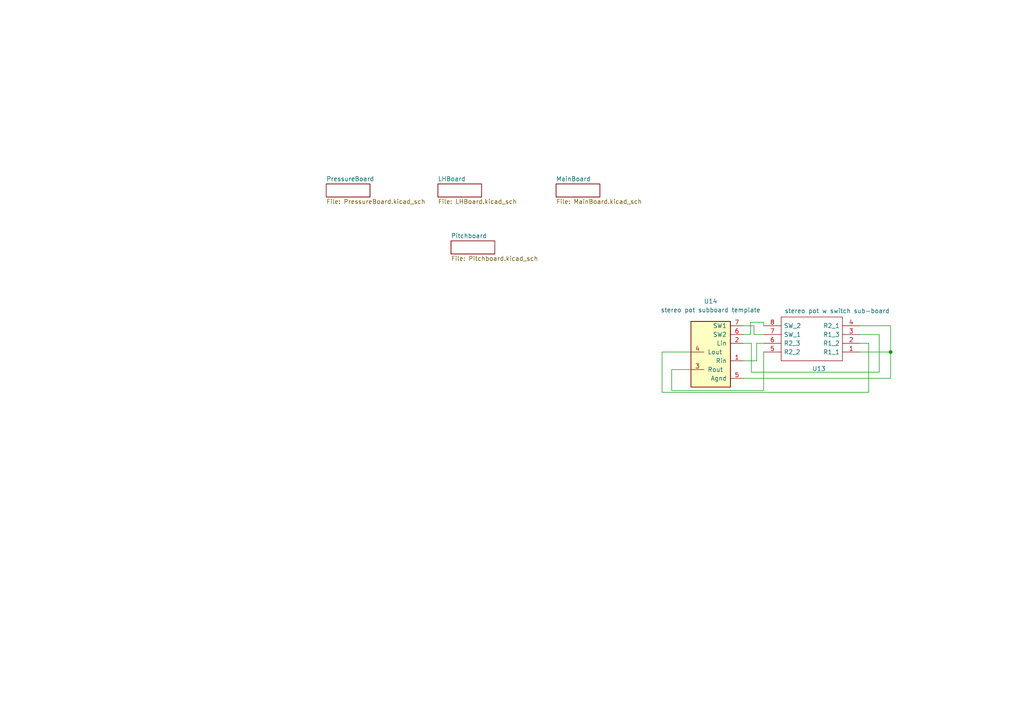
<source format=kicad_sch>
(kicad_sch (version 20211123) (generator eeschema)
  (paper "A4")
  (lib_symbols
    (symbol "SamacSys_Parts:PTR902-2020K-A103" (pin_names (offset 0.762))
      (property "Reference" "R" (at 24.13 7.62 0))
      (property "Value" "PTR902-2020K-A103" (at 24.13 5.08 0))
      (symbol "PTR902-2020K-A103_0_0"
        (pin passive line (at 0 0 0) (length 5.08) (name "R1_1") (number "1"))
        (pin passive line (at 0 -2.54 0) (length 5.08) (name "R1_2") (number "2"))
        (pin passive line (at 0 -5.08 0) (length 5.08) (name "R1_3") (number "3"))
        (pin passive line (at 0 -7.62 0) (length 5.08) (name "R2_1") (number "4"))
        (pin passive line (at 27.94 0 180) (length 5.08) (name "R2_2") (number "5"))
        (pin passive line (at 27.94 -2.54 180) (length 5.08) (name "R2_3") (number "6"))
        (pin passive line (at 27.94 -5.08 180) (length 5.08) (name "SW_1") (number "7"))
        (pin passive line (at 27.94 -7.62 180) (length 5.08) (name "SW_2") (number "8"))
      )
      (symbol "PTR902-2020K-A103_0_1"
        (polyline (pts (xy 5.08 2.54) (xy 22.86 2.54) (xy 22.86 -10.16) (xy 5.08 -10.16) (xy 5.08 2.54)) (stroke (width 0.1524)))
      )
    )
    (symbol "clarinoid2:StereoPot_SW_CommonAudioGND" (pin_names (offset 1.016))
      (property "Reference" "J" (at 0 10.16 0))
      (property "Value" "StereoPot_SW_CommonAudioGND" (at 2.54 -11.43 0))
      (symbol "StereoPot_SW_CommonAudioGND_1_1"
        (rectangle (start -1.27 8.89) (end 10.16 -10.16) (stroke (width 0.254)) (fill (type background)))
        (pin passive line (at -5.08 -2.54 0) (length 3.81) (name "Rin") (number "1"))
        (pin input line (at -5.08 2.54 0) (length 3.81) (name "Lin") (number "2"))
        (pin input line (at 10.16 -5.08 180) (length 3.81) (name "Rout") (number "3"))
        (pin output line (at 10.16 0 180) (length 3.81) (name "Lout") (number "4"))
        (pin output line (at -5.08 -7.62 0) (length 3.81) (name "Agnd") (number "5"))
        (pin passive line (at -5.08 5.08 0) (length 3.81) (name "SW2") (number "6"))
        (pin passive line (at -5.08 7.62 0) (length 3.81) (name "SW1") (number "7"))
      )
    )
  )
  (junction (at 258.318 102.108))
  (wire (pts (xy 221.488 113.284) (xy 194.818 113.284)))
  (wire (pts (xy 258.318 109.728) (xy 215.646 109.728)))
  (wire (pts (xy 192.024 113.792) (xy 192.024 102.108)))
  (wire (pts (xy 258.318 94.488) (xy 249.428 94.488)))
  (wire (pts (xy 215.646 104.648) (xy 219.456 104.648)))
  (wire (pts (xy 255.016 97.028) (xy 249.428 97.028)))
  (wire (pts (xy 221.488 93.472) (xy 221.488 94.488)))
  (wire (pts (xy 255.016 107.95) (xy 255.016 97.028)))
  (wire (pts (xy 249.428 99.568) (xy 251.968 99.568)))
  (wire (pts (xy 258.318 102.108) (xy 258.318 109.728)))
  (wire (pts (xy 194.818 113.284) (xy 194.818 107.188)))
  (wire (pts (xy 215.646 99.568) (xy 217.932 99.568)))
  (wire (pts (xy 192.024 102.108) (xy 200.406 102.108)))
  (wire (pts (xy 217.678 97.028) (xy 217.678 93.472)))
  (wire (pts (xy 218.694 94.488) (xy 218.694 97.028)))
  (wire (pts (xy 258.318 102.108) (xy 258.318 94.488)))
  (wire (pts (xy 219.456 99.568) (xy 221.488 99.568)))
  (wire (pts (xy 217.932 99.568) (xy 217.932 107.95)))
  (wire (pts (xy 217.932 107.95) (xy 255.016 107.95)))
  (wire (pts (xy 249.428 102.108) (xy 258.318 102.108)))
  (wire (pts (xy 215.646 94.488) (xy 218.694 94.488)))
  (wire (pts (xy 251.968 99.568) (xy 251.968 113.792)))
  (wire (pts (xy 219.456 104.648) (xy 219.456 99.568)))
  (wire (pts (xy 215.646 97.028) (xy 217.678 97.028)))
  (wire (pts (xy 194.818 107.188) (xy 200.406 107.188)))
  (wire (pts (xy 251.968 113.792) (xy 192.024 113.792)))
  (wire (pts (xy 221.488 102.108) (xy 221.488 113.284)))
  (wire (pts (xy 217.678 93.472) (xy 221.488 93.472)))
  (wire (pts (xy 218.694 97.028) (xy 221.488 97.028)))
  (symbol (lib_id "SamacSys_Parts:PTR902-2020K-A103") (at 249.428 102.108 180) (unit 1)
    (property "Reference" "U13" (at 239.522 106.934 0) (effects (justify left)))
    (property "Value" "stereo pot w switch sub-board" (at 258.064 90.17 0) (effects (justify left)))
    (property "Footprint" "SamacSys_Parts:PTR902-2020K-A103" (effects hide))
    (property "Datasheet" "http://www.bourns.com/docs/Product-Datasheets/PTR90.pdf" (effects hide))
    (property "Description" "Potentiometers 10K AUDIO" (effects hide))
    (property "Mouser Part Number" "652-PTR902-2020KA103" (effects hide))
    (property "Mouser Price/Stock" "https://www.mouser.co.uk/ProductDetail/Bourns/PTR902-2020K-A103?qs=Qzws7J6gxqzqq9dgeyqnag%3D%3D" (effects hide))
    (property "Manufacturer_Name" "Bourns" (effects hide))
    (property "Manufacturer_Part_Number" "PTR902-2020K-A103" (effects hide))
  )
  (symbol (lib_id "clarinoid2:StereoPot_SW_CommonAudioGND") (at 210.566 102.108 0) (mirror y) (unit 1)
    (property "Reference" "U14" (at 206.121 87.376 0))
    (property "Value" "stereo pot subboard template" (at 206.121 89.916 0))
    (property "Footprint" "clarinoid2:Bourns_POT_PTR902-2020K-A103 Panel subboard template" (effects hide))
  )
  (sheet (at 130.81 69.85) (size 12.7 3.81) (stroke (width 0.1524))
    (property "Sheet name" "Pitchboard" (at 130.81 69.1384 0) (effects (justify left bottom)))
    (property "Sheet file" "Pitchboard.kicad_sch" (at 130.81 74.2446 0) (effects (justify left top)))
  )
  (sheet (at 161.29 53.34) (size 12.7 3.81) (stroke (width 0.1524))
    (property "Sheet name" "MainBoard" (at 161.29 52.6284 0) (effects (justify left bottom)))
    (property "Sheet file" "MainBoard.kicad_sch" (at 161.29 57.7346 0) (effects (justify left top)))
  )
  (sheet (at 127 53.34) (size 12.7 3.81) (stroke (width 0.1524))
    (property "Sheet name" "LHBoard" (at 127 52.6284 0) (effects (justify left bottom)))
    (property "Sheet file" "LHBoard.kicad_sch" (at 127 57.7346 0) (effects (justify left top)))
  )
  (sheet (at 94.615 53.34) (size 12.7 3.81) (stroke (width 0.1524))
    (property "Sheet name" "PressureBoard" (at 94.615 52.6284 0) (effects (justify left bottom)))
    (property "Sheet file" "PressureBoard.kicad_sch" (at 94.615 57.7346 0) (effects (justify left top)))
  )
)
</source>
